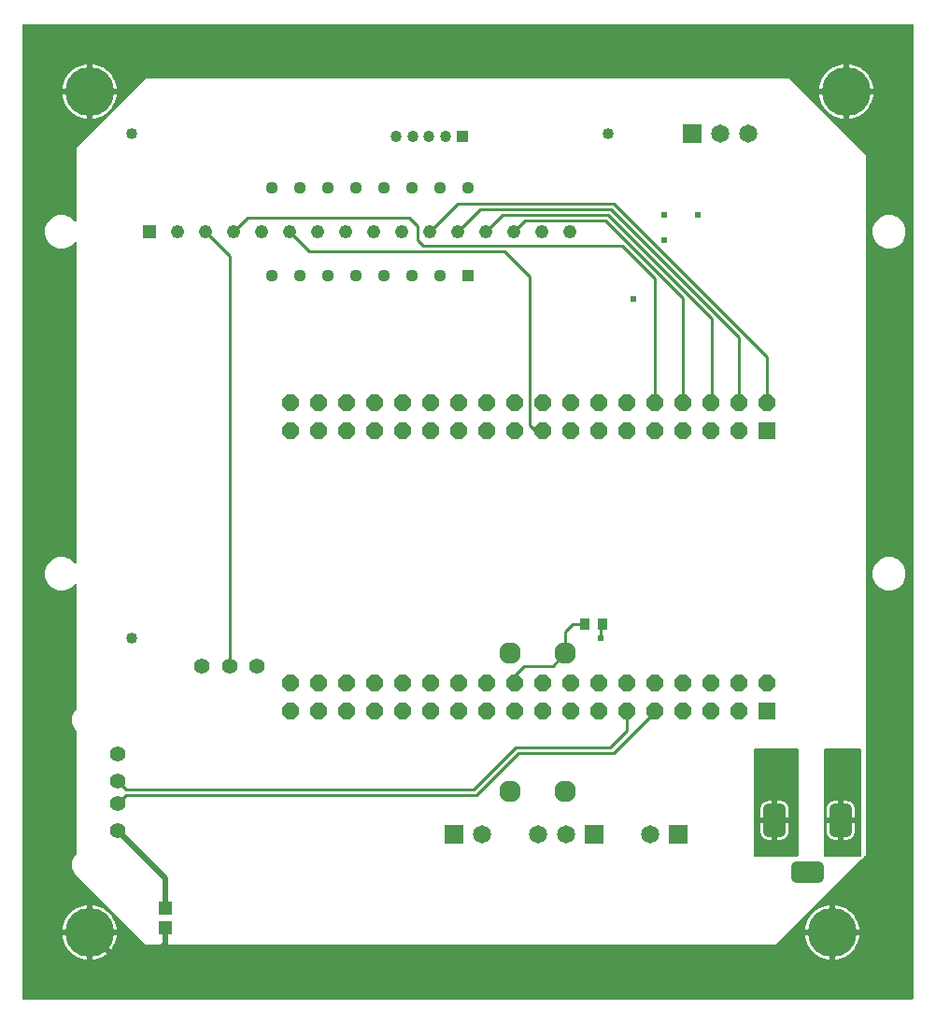
<source format=gbr>
G04 EAGLE Gerber RS-274X export*
G75*
%MOMM*%
%FSLAX34Y34*%
%LPD*%
%INTop Copper*%
%IPPOS*%
%AMOC8*
5,1,8,0,0,1.08239X$1,22.5*%
G01*
%ADD10R,1.034800X1.034800*%
%ADD11C,1.034800*%
%ADD12C,4.445000*%
%ADD13R,1.524000X1.524000*%
%ADD14P,1.649562X8X202.500000*%
%ADD15C,1.400000*%
%ADD16C,1.960000*%
%ADD17R,0.949959X1.031241*%
%ADD18R,1.651000X1.651000*%
%ADD19C,1.651000*%
%ADD20R,1.130000X1.130000*%
%ADD21C,1.130000*%
%ADD22C,1.000000*%
%ADD23R,1.232000X1.232000*%
%ADD24C,1.232000*%
%ADD25C,1.016000*%
%ADD26R,1.270000X1.143000*%
%ADD27C,0.508000*%
%ADD28C,0.609600*%
%ADD29C,0.254000*%

G36*
X810244Y885308D02*
X810244Y885308D01*
X810237Y885427D01*
X810224Y885465D01*
X810219Y885506D01*
X810176Y885616D01*
X810139Y885729D01*
X810117Y885764D01*
X810102Y885801D01*
X810033Y885897D01*
X809969Y885998D01*
X809939Y886026D01*
X809916Y886059D01*
X809824Y886135D01*
X809737Y886216D01*
X809702Y886236D01*
X809671Y886261D01*
X809563Y886312D01*
X809459Y886370D01*
X809419Y886380D01*
X809383Y886397D01*
X809266Y886419D01*
X809151Y886449D01*
X809091Y886453D01*
X809071Y886457D01*
X809050Y886455D01*
X808990Y886459D01*
X3810Y886459D01*
X3692Y886444D01*
X3573Y886437D01*
X3535Y886424D01*
X3494Y886419D01*
X3384Y886376D01*
X3271Y886339D01*
X3236Y886317D01*
X3199Y886302D01*
X3103Y886233D01*
X3002Y886169D01*
X2974Y886139D01*
X2941Y886116D01*
X2865Y886024D01*
X2784Y885937D01*
X2764Y885902D01*
X2739Y885871D01*
X2688Y885763D01*
X2630Y885659D01*
X2620Y885619D01*
X2603Y885583D01*
X2581Y885466D01*
X2551Y885351D01*
X2547Y885291D01*
X2543Y885271D01*
X2545Y885250D01*
X2541Y885190D01*
X2541Y3810D01*
X2556Y3692D01*
X2563Y3573D01*
X2576Y3535D01*
X2581Y3494D01*
X2624Y3384D01*
X2661Y3271D01*
X2683Y3236D01*
X2698Y3199D01*
X2767Y3103D01*
X2831Y3002D01*
X2861Y2974D01*
X2884Y2941D01*
X2976Y2865D01*
X3063Y2784D01*
X3098Y2764D01*
X3129Y2739D01*
X3237Y2688D01*
X3341Y2630D01*
X3381Y2620D01*
X3417Y2603D01*
X3534Y2581D01*
X3649Y2551D01*
X3709Y2547D01*
X3729Y2543D01*
X3750Y2545D01*
X3810Y2541D01*
X808990Y2541D01*
X809108Y2556D01*
X809227Y2563D01*
X809265Y2576D01*
X809306Y2581D01*
X809416Y2624D01*
X809529Y2661D01*
X809564Y2683D01*
X809601Y2698D01*
X809697Y2767D01*
X809798Y2831D01*
X809826Y2861D01*
X809859Y2884D01*
X809935Y2976D01*
X810016Y3063D01*
X810036Y3098D01*
X810061Y3129D01*
X810112Y3237D01*
X810170Y3341D01*
X810180Y3381D01*
X810197Y3417D01*
X810219Y3534D01*
X810249Y3649D01*
X810253Y3709D01*
X810257Y3729D01*
X810255Y3750D01*
X810259Y3810D01*
X810259Y885190D01*
X810244Y885308D01*
G37*
%LPC*%
G36*
X52052Y688272D02*
X52052Y688272D01*
X52039Y688411D01*
X52032Y688430D01*
X52029Y688450D01*
X51978Y688579D01*
X51931Y688710D01*
X51920Y688727D01*
X51912Y688745D01*
X51831Y688858D01*
X51753Y688973D01*
X51737Y688986D01*
X51726Y689003D01*
X51618Y689092D01*
X51514Y689183D01*
X51496Y689193D01*
X51481Y689206D01*
X51355Y689265D01*
X51231Y689328D01*
X51211Y689333D01*
X51193Y689341D01*
X51057Y689367D01*
X50921Y689398D01*
X50900Y689397D01*
X50881Y689401D01*
X50742Y689392D01*
X50603Y689388D01*
X50583Y689382D01*
X50563Y689381D01*
X50431Y689338D01*
X50297Y689300D01*
X50280Y689289D01*
X50261Y689283D01*
X50143Y689209D01*
X50023Y689138D01*
X50002Y689119D01*
X49992Y689113D01*
X49978Y689098D01*
X49903Y689032D01*
X46620Y685749D01*
X41092Y683459D01*
X35108Y683459D01*
X29580Y685749D01*
X25349Y689980D01*
X23059Y695508D01*
X23059Y701492D01*
X25349Y707020D01*
X29580Y711251D01*
X35108Y713541D01*
X41092Y713541D01*
X46620Y711251D01*
X49903Y707968D01*
X50012Y707883D01*
X50119Y707794D01*
X50138Y707786D01*
X50154Y707773D01*
X50282Y707718D01*
X50407Y707659D01*
X50427Y707655D01*
X50446Y707647D01*
X50584Y707625D01*
X50720Y707599D01*
X50740Y707600D01*
X50760Y707597D01*
X50899Y707610D01*
X51037Y707619D01*
X51056Y707625D01*
X51076Y707627D01*
X51208Y707674D01*
X51339Y707717D01*
X51357Y707728D01*
X51376Y707735D01*
X51491Y707813D01*
X51608Y707887D01*
X51622Y707902D01*
X51639Y707913D01*
X51731Y708017D01*
X51826Y708119D01*
X51836Y708136D01*
X51849Y708152D01*
X51913Y708275D01*
X51980Y708397D01*
X51985Y708417D01*
X51994Y708435D01*
X52024Y708571D01*
X52059Y708705D01*
X52061Y708733D01*
X52064Y708745D01*
X52063Y708766D01*
X52069Y708866D01*
X52069Y774174D01*
X114826Y836931D01*
X697974Y836931D01*
X767081Y767824D01*
X767081Y133876D01*
X766182Y132977D01*
X766122Y132899D01*
X766054Y132827D01*
X766025Y132774D01*
X765988Y132726D01*
X765948Y132635D01*
X765900Y132549D01*
X765885Y132490D01*
X765861Y132434D01*
X765846Y132336D01*
X765821Y132241D01*
X765815Y132141D01*
X765811Y132120D01*
X765813Y132108D01*
X765811Y132080D01*
X765811Y131772D01*
X763578Y129539D01*
X763270Y129539D01*
X763172Y129527D01*
X763073Y129524D01*
X763015Y129507D01*
X762954Y129499D01*
X762862Y129463D01*
X762767Y129435D01*
X762715Y129405D01*
X762659Y129382D01*
X762579Y129324D01*
X762493Y129274D01*
X762418Y129208D01*
X762401Y129196D01*
X762394Y129186D01*
X762373Y129168D01*
X685274Y52069D01*
X114826Y52069D01*
X54284Y112611D01*
X54276Y112617D01*
X54271Y112624D01*
X54193Y112682D01*
X54151Y112722D01*
X54115Y112742D01*
X54033Y112806D01*
X54024Y112810D01*
X54017Y112815D01*
X53872Y112886D01*
X53847Y112897D01*
X49897Y116847D01*
X47759Y122007D01*
X47759Y127593D01*
X49897Y132753D01*
X51698Y134554D01*
X51758Y134632D01*
X51826Y134704D01*
X51855Y134757D01*
X51892Y134805D01*
X51932Y134896D01*
X51980Y134983D01*
X51995Y135042D01*
X52019Y135097D01*
X52034Y135195D01*
X52059Y135291D01*
X52065Y135391D01*
X52069Y135411D01*
X52067Y135424D01*
X52069Y135452D01*
X52069Y245548D01*
X52057Y245647D01*
X52054Y245746D01*
X52037Y245804D01*
X52029Y245864D01*
X51993Y245956D01*
X51965Y246051D01*
X51935Y246103D01*
X51912Y246160D01*
X51854Y246240D01*
X51804Y246325D01*
X51738Y246400D01*
X51726Y246417D01*
X51716Y246425D01*
X51698Y246446D01*
X49897Y248247D01*
X47759Y253407D01*
X47759Y258993D01*
X49897Y264153D01*
X51698Y265954D01*
X51758Y266032D01*
X51826Y266104D01*
X51855Y266157D01*
X51892Y266205D01*
X51932Y266296D01*
X51980Y266383D01*
X51995Y266442D01*
X52019Y266497D01*
X52034Y266595D01*
X52059Y266691D01*
X52065Y266791D01*
X52069Y266811D01*
X52067Y266824D01*
X52069Y266852D01*
X52069Y378134D01*
X52052Y378272D01*
X52039Y378411D01*
X52032Y378430D01*
X52029Y378450D01*
X51978Y378579D01*
X51931Y378710D01*
X51920Y378727D01*
X51912Y378745D01*
X51831Y378858D01*
X51753Y378973D01*
X51737Y378986D01*
X51726Y379003D01*
X51618Y379092D01*
X51514Y379183D01*
X51496Y379193D01*
X51481Y379206D01*
X51355Y379265D01*
X51231Y379328D01*
X51211Y379333D01*
X51193Y379341D01*
X51057Y379367D01*
X50921Y379398D01*
X50900Y379397D01*
X50881Y379401D01*
X50742Y379392D01*
X50603Y379388D01*
X50583Y379382D01*
X50563Y379381D01*
X50431Y379338D01*
X50297Y379300D01*
X50280Y379289D01*
X50261Y379283D01*
X50143Y379209D01*
X50023Y379138D01*
X50002Y379119D01*
X49992Y379113D01*
X49978Y379098D01*
X49903Y379032D01*
X46620Y375749D01*
X41092Y373459D01*
X35108Y373459D01*
X29580Y375749D01*
X25349Y379980D01*
X23059Y385508D01*
X23059Y391492D01*
X25349Y397020D01*
X29580Y401251D01*
X35108Y403541D01*
X41092Y403541D01*
X46620Y401251D01*
X49903Y397968D01*
X50012Y397883D01*
X50119Y397794D01*
X50138Y397786D01*
X50154Y397773D01*
X50282Y397718D01*
X50407Y397659D01*
X50427Y397655D01*
X50446Y397647D01*
X50584Y397625D01*
X50720Y397599D01*
X50740Y397600D01*
X50760Y397597D01*
X50899Y397610D01*
X51037Y397619D01*
X51056Y397625D01*
X51076Y397627D01*
X51208Y397674D01*
X51339Y397717D01*
X51357Y397728D01*
X51376Y397735D01*
X51491Y397813D01*
X51608Y397887D01*
X51622Y397902D01*
X51639Y397913D01*
X51731Y398017D01*
X51826Y398119D01*
X51836Y398136D01*
X51849Y398152D01*
X51913Y398275D01*
X51980Y398397D01*
X51985Y398417D01*
X51994Y398435D01*
X52024Y398571D01*
X52059Y398705D01*
X52061Y398733D01*
X52064Y398745D01*
X52063Y398766D01*
X52069Y398866D01*
X52069Y688134D01*
X52052Y688272D01*
G37*
%LPD*%
G36*
X704968Y132096D02*
X704968Y132096D01*
X705087Y132103D01*
X705125Y132116D01*
X705166Y132121D01*
X705276Y132164D01*
X705389Y132201D01*
X705424Y132223D01*
X705461Y132238D01*
X705557Y132308D01*
X705658Y132371D01*
X705686Y132401D01*
X705719Y132424D01*
X705795Y132516D01*
X705876Y132603D01*
X705896Y132638D01*
X705921Y132669D01*
X705972Y132777D01*
X706030Y132881D01*
X706040Y132921D01*
X706057Y132957D01*
X706079Y133074D01*
X706109Y133189D01*
X706113Y133250D01*
X706117Y133270D01*
X706115Y133290D01*
X706119Y133350D01*
X706119Y228600D01*
X706104Y228718D01*
X706097Y228837D01*
X706084Y228875D01*
X706079Y228916D01*
X706036Y229026D01*
X705999Y229139D01*
X705977Y229174D01*
X705962Y229211D01*
X705893Y229307D01*
X705829Y229408D01*
X705799Y229436D01*
X705776Y229469D01*
X705684Y229545D01*
X705597Y229626D01*
X705562Y229646D01*
X705531Y229671D01*
X705423Y229722D01*
X705319Y229780D01*
X705279Y229790D01*
X705243Y229807D01*
X705126Y229829D01*
X705011Y229859D01*
X704951Y229863D01*
X704931Y229867D01*
X704910Y229865D01*
X704850Y229869D01*
X666750Y229869D01*
X666632Y229854D01*
X666513Y229847D01*
X666475Y229834D01*
X666434Y229829D01*
X666324Y229786D01*
X666211Y229749D01*
X666176Y229727D01*
X666139Y229712D01*
X666043Y229643D01*
X665942Y229579D01*
X665914Y229549D01*
X665881Y229526D01*
X665806Y229434D01*
X665724Y229347D01*
X665704Y229312D01*
X665679Y229281D01*
X665628Y229173D01*
X665570Y229069D01*
X665560Y229029D01*
X665543Y228993D01*
X665521Y228876D01*
X665491Y228761D01*
X665487Y228701D01*
X665483Y228681D01*
X665485Y228660D01*
X665481Y228600D01*
X665481Y133350D01*
X665496Y133232D01*
X665503Y133113D01*
X665516Y133075D01*
X665521Y133034D01*
X665564Y132924D01*
X665601Y132811D01*
X665623Y132776D01*
X665638Y132739D01*
X665708Y132643D01*
X665771Y132542D01*
X665801Y132514D01*
X665824Y132481D01*
X665916Y132406D01*
X666003Y132324D01*
X666038Y132304D01*
X666069Y132279D01*
X666177Y132228D01*
X666281Y132170D01*
X666321Y132160D01*
X666357Y132143D01*
X666474Y132121D01*
X666589Y132091D01*
X666650Y132087D01*
X666670Y132083D01*
X666690Y132085D01*
X666750Y132081D01*
X704850Y132081D01*
X704968Y132096D01*
G37*
G36*
X762118Y132096D02*
X762118Y132096D01*
X762237Y132103D01*
X762275Y132116D01*
X762316Y132121D01*
X762426Y132164D01*
X762539Y132201D01*
X762574Y132223D01*
X762611Y132238D01*
X762707Y132308D01*
X762808Y132371D01*
X762836Y132401D01*
X762869Y132424D01*
X762945Y132516D01*
X763026Y132603D01*
X763046Y132638D01*
X763071Y132669D01*
X763122Y132777D01*
X763180Y132881D01*
X763190Y132921D01*
X763207Y132957D01*
X763229Y133074D01*
X763259Y133189D01*
X763263Y133250D01*
X763267Y133270D01*
X763265Y133290D01*
X763269Y133350D01*
X763269Y228600D01*
X763254Y228718D01*
X763247Y228837D01*
X763234Y228875D01*
X763229Y228916D01*
X763186Y229026D01*
X763149Y229139D01*
X763127Y229174D01*
X763112Y229211D01*
X763043Y229307D01*
X762979Y229408D01*
X762949Y229436D01*
X762926Y229469D01*
X762834Y229545D01*
X762747Y229626D01*
X762712Y229646D01*
X762681Y229671D01*
X762573Y229722D01*
X762469Y229780D01*
X762429Y229790D01*
X762393Y229807D01*
X762276Y229829D01*
X762161Y229859D01*
X762101Y229863D01*
X762081Y229867D01*
X762060Y229865D01*
X762000Y229869D01*
X730250Y229869D01*
X730132Y229854D01*
X730013Y229847D01*
X729975Y229834D01*
X729934Y229829D01*
X729824Y229786D01*
X729711Y229749D01*
X729676Y229727D01*
X729639Y229712D01*
X729543Y229643D01*
X729442Y229579D01*
X729414Y229549D01*
X729381Y229526D01*
X729306Y229434D01*
X729224Y229347D01*
X729204Y229312D01*
X729179Y229281D01*
X729128Y229173D01*
X729070Y229069D01*
X729060Y229029D01*
X729043Y228993D01*
X729021Y228876D01*
X728991Y228761D01*
X728987Y228701D01*
X728983Y228681D01*
X728985Y228660D01*
X728981Y228600D01*
X728981Y133350D01*
X728996Y133232D01*
X729003Y133113D01*
X729016Y133075D01*
X729021Y133034D01*
X729064Y132924D01*
X729101Y132811D01*
X729123Y132776D01*
X729138Y132739D01*
X729208Y132643D01*
X729271Y132542D01*
X729301Y132514D01*
X729324Y132481D01*
X729416Y132406D01*
X729503Y132324D01*
X729538Y132304D01*
X729569Y132279D01*
X729677Y132228D01*
X729781Y132170D01*
X729821Y132160D01*
X729857Y132143D01*
X729974Y132121D01*
X730089Y132091D01*
X730150Y132087D01*
X730170Y132083D01*
X730190Y132085D01*
X730250Y132081D01*
X762000Y132081D01*
X762118Y132096D01*
G37*
%LPC*%
G36*
X785108Y373459D02*
X785108Y373459D01*
X779580Y375749D01*
X775349Y379980D01*
X773059Y385508D01*
X773059Y391492D01*
X775349Y397020D01*
X779580Y401251D01*
X785108Y403541D01*
X791092Y403541D01*
X796620Y401251D01*
X800851Y397020D01*
X803141Y391492D01*
X803141Y385508D01*
X800851Y379980D01*
X796620Y375749D01*
X791092Y373459D01*
X785108Y373459D01*
G37*
%LPD*%
%LPC*%
G36*
X785108Y683459D02*
X785108Y683459D01*
X779580Y685749D01*
X775349Y689980D01*
X773059Y695508D01*
X773059Y701492D01*
X775349Y707020D01*
X779580Y711251D01*
X785108Y713541D01*
X791092Y713541D01*
X796620Y711251D01*
X800851Y707020D01*
X803141Y701492D01*
X803141Y695508D01*
X800851Y689980D01*
X796620Y685749D01*
X791092Y683459D01*
X785108Y683459D01*
G37*
%LPD*%
%LPC*%
G36*
X746839Y152740D02*
X746839Y152740D01*
X746824Y152858D01*
X746817Y152977D01*
X746804Y153015D01*
X746799Y153056D01*
X746755Y153166D01*
X746719Y153279D01*
X746697Y153314D01*
X746682Y153351D01*
X746612Y153447D01*
X746549Y153548D01*
X746519Y153576D01*
X746495Y153609D01*
X746404Y153685D01*
X746317Y153766D01*
X746282Y153786D01*
X746250Y153811D01*
X746143Y153862D01*
X746039Y153920D01*
X745999Y153930D01*
X745963Y153947D01*
X745846Y153969D01*
X745731Y153999D01*
X745670Y154003D01*
X745650Y154007D01*
X745630Y154005D01*
X745570Y154009D01*
X743030Y154009D01*
X742912Y153994D01*
X742793Y153987D01*
X742755Y153974D01*
X742715Y153969D01*
X742604Y153926D01*
X742491Y153889D01*
X742456Y153867D01*
X742419Y153852D01*
X742323Y153783D01*
X742222Y153719D01*
X742194Y153689D01*
X742161Y153666D01*
X742086Y153574D01*
X742004Y153487D01*
X741984Y153452D01*
X741959Y153421D01*
X741908Y153313D01*
X741850Y153209D01*
X741840Y153169D01*
X741823Y153133D01*
X741801Y153016D01*
X741771Y152901D01*
X741767Y152841D01*
X741763Y152821D01*
X741765Y152800D01*
X741761Y152740D01*
X741761Y147559D01*
X738557Y147559D01*
X737100Y147849D01*
X735728Y148417D01*
X734493Y149243D01*
X733443Y150293D01*
X732617Y151528D01*
X732049Y152900D01*
X731759Y154357D01*
X731759Y162561D01*
X735440Y162561D01*
X735558Y162576D01*
X735677Y162583D01*
X735715Y162596D01*
X735756Y162601D01*
X735866Y162644D01*
X735979Y162681D01*
X736014Y162703D01*
X736051Y162718D01*
X736147Y162788D01*
X736248Y162851D01*
X736276Y162881D01*
X736309Y162905D01*
X736385Y162996D01*
X736466Y163083D01*
X736486Y163118D01*
X736511Y163149D01*
X736562Y163257D01*
X736620Y163361D01*
X736630Y163401D01*
X736647Y163437D01*
X736669Y163554D01*
X736699Y163669D01*
X736703Y163730D01*
X736707Y163750D01*
X736705Y163770D01*
X736709Y163830D01*
X736709Y166370D01*
X736694Y166488D01*
X736687Y166607D01*
X736674Y166645D01*
X736669Y166685D01*
X736626Y166796D01*
X736589Y166909D01*
X736567Y166944D01*
X736552Y166981D01*
X736483Y167077D01*
X736419Y167178D01*
X736389Y167206D01*
X736366Y167238D01*
X736274Y167314D01*
X736187Y167396D01*
X736152Y167415D01*
X736121Y167441D01*
X736013Y167492D01*
X735909Y167549D01*
X735869Y167560D01*
X735833Y167577D01*
X735716Y167599D01*
X735601Y167629D01*
X735541Y167633D01*
X735521Y167637D01*
X735500Y167635D01*
X735440Y167639D01*
X731759Y167639D01*
X731759Y175843D01*
X732049Y177300D01*
X732617Y178672D01*
X733443Y179907D01*
X734493Y180957D01*
X735728Y181783D01*
X737100Y182351D01*
X738557Y182641D01*
X741761Y182641D01*
X741761Y177460D01*
X741776Y177342D01*
X741783Y177223D01*
X741796Y177185D01*
X741801Y177144D01*
X741844Y177034D01*
X741881Y176921D01*
X741903Y176886D01*
X741918Y176849D01*
X741988Y176753D01*
X742051Y176652D01*
X742081Y176624D01*
X742105Y176591D01*
X742196Y176515D01*
X742283Y176434D01*
X742318Y176414D01*
X742349Y176389D01*
X742457Y176338D01*
X742561Y176280D01*
X742601Y176270D01*
X742637Y176253D01*
X742754Y176231D01*
X742869Y176201D01*
X742930Y176197D01*
X742950Y176193D01*
X742970Y176195D01*
X743030Y176191D01*
X745570Y176191D01*
X745688Y176206D01*
X745807Y176213D01*
X745845Y176226D01*
X745885Y176231D01*
X745996Y176274D01*
X746109Y176311D01*
X746144Y176333D01*
X746181Y176348D01*
X746277Y176417D01*
X746378Y176481D01*
X746406Y176511D01*
X746438Y176534D01*
X746514Y176626D01*
X746596Y176713D01*
X746615Y176748D01*
X746641Y176779D01*
X746692Y176887D01*
X746749Y176991D01*
X746760Y177031D01*
X746777Y177067D01*
X746799Y177184D01*
X746829Y177299D01*
X746833Y177359D01*
X746837Y177379D01*
X746835Y177400D01*
X746839Y177460D01*
X746839Y182641D01*
X750043Y182641D01*
X751500Y182351D01*
X752872Y181783D01*
X754107Y180957D01*
X755157Y179907D01*
X755983Y178672D01*
X756551Y177300D01*
X756841Y175843D01*
X756841Y167639D01*
X753160Y167639D01*
X753042Y167624D01*
X752923Y167617D01*
X752885Y167604D01*
X752844Y167599D01*
X752734Y167555D01*
X752621Y167519D01*
X752586Y167497D01*
X752549Y167482D01*
X752453Y167412D01*
X752352Y167349D01*
X752324Y167319D01*
X752291Y167295D01*
X752215Y167204D01*
X752134Y167117D01*
X752114Y167082D01*
X752089Y167050D01*
X752038Y166943D01*
X751980Y166839D01*
X751970Y166799D01*
X751953Y166763D01*
X751931Y166646D01*
X751901Y166531D01*
X751897Y166470D01*
X751893Y166450D01*
X751894Y166436D01*
X751893Y166431D01*
X751894Y166421D01*
X751891Y166370D01*
X751891Y163830D01*
X751906Y163712D01*
X751913Y163593D01*
X751926Y163555D01*
X751931Y163515D01*
X751974Y163404D01*
X752011Y163291D01*
X752033Y163256D01*
X752048Y163219D01*
X752117Y163123D01*
X752181Y163022D01*
X752211Y162994D01*
X752234Y162961D01*
X752326Y162886D01*
X752413Y162804D01*
X752448Y162784D01*
X752479Y162759D01*
X752587Y162708D01*
X752691Y162650D01*
X752731Y162640D01*
X752767Y162623D01*
X752884Y162601D01*
X752999Y162571D01*
X753059Y162567D01*
X753079Y162563D01*
X753100Y162565D01*
X753160Y162561D01*
X756841Y162561D01*
X756841Y154357D01*
X756551Y152900D01*
X755983Y151528D01*
X755157Y150293D01*
X754107Y149243D01*
X752872Y148417D01*
X751500Y147849D01*
X750043Y147559D01*
X746839Y147559D01*
X746839Y152740D01*
G37*
%LPD*%
%LPC*%
G36*
X686839Y152740D02*
X686839Y152740D01*
X686824Y152858D01*
X686817Y152977D01*
X686804Y153015D01*
X686799Y153056D01*
X686755Y153166D01*
X686719Y153279D01*
X686697Y153314D01*
X686682Y153351D01*
X686612Y153447D01*
X686549Y153548D01*
X686519Y153576D01*
X686495Y153609D01*
X686404Y153685D01*
X686317Y153766D01*
X686282Y153786D01*
X686250Y153811D01*
X686143Y153862D01*
X686039Y153920D01*
X685999Y153930D01*
X685963Y153947D01*
X685846Y153969D01*
X685731Y153999D01*
X685670Y154003D01*
X685650Y154007D01*
X685630Y154005D01*
X685570Y154009D01*
X683030Y154009D01*
X682912Y153994D01*
X682793Y153987D01*
X682755Y153974D01*
X682715Y153969D01*
X682604Y153926D01*
X682491Y153889D01*
X682456Y153867D01*
X682419Y153852D01*
X682323Y153783D01*
X682222Y153719D01*
X682194Y153689D01*
X682161Y153666D01*
X682086Y153574D01*
X682004Y153487D01*
X681984Y153452D01*
X681959Y153421D01*
X681908Y153313D01*
X681850Y153209D01*
X681840Y153169D01*
X681823Y153133D01*
X681801Y153016D01*
X681771Y152901D01*
X681767Y152841D01*
X681763Y152821D01*
X681765Y152800D01*
X681761Y152740D01*
X681761Y147559D01*
X678557Y147559D01*
X677100Y147849D01*
X675728Y148417D01*
X674493Y149243D01*
X673443Y150293D01*
X672617Y151528D01*
X672049Y152900D01*
X671759Y154357D01*
X671759Y162561D01*
X675440Y162561D01*
X675558Y162576D01*
X675677Y162583D01*
X675715Y162596D01*
X675756Y162601D01*
X675866Y162644D01*
X675979Y162681D01*
X676014Y162703D01*
X676051Y162718D01*
X676147Y162788D01*
X676248Y162851D01*
X676276Y162881D01*
X676309Y162905D01*
X676385Y162996D01*
X676466Y163083D01*
X676486Y163118D01*
X676511Y163149D01*
X676562Y163257D01*
X676620Y163361D01*
X676630Y163401D01*
X676647Y163437D01*
X676669Y163554D01*
X676699Y163669D01*
X676703Y163730D01*
X676707Y163750D01*
X676705Y163770D01*
X676709Y163830D01*
X676709Y166370D01*
X676694Y166488D01*
X676687Y166607D01*
X676674Y166645D01*
X676669Y166685D01*
X676626Y166796D01*
X676589Y166909D01*
X676567Y166944D01*
X676552Y166981D01*
X676483Y167077D01*
X676419Y167178D01*
X676389Y167206D01*
X676366Y167238D01*
X676274Y167314D01*
X676187Y167396D01*
X676152Y167415D01*
X676121Y167441D01*
X676013Y167492D01*
X675909Y167549D01*
X675869Y167560D01*
X675833Y167577D01*
X675716Y167599D01*
X675601Y167629D01*
X675541Y167633D01*
X675521Y167637D01*
X675500Y167635D01*
X675440Y167639D01*
X671759Y167639D01*
X671759Y175843D01*
X672049Y177300D01*
X672617Y178672D01*
X673443Y179907D01*
X674493Y180957D01*
X675728Y181783D01*
X677100Y182351D01*
X678557Y182641D01*
X681761Y182641D01*
X681761Y177460D01*
X681776Y177342D01*
X681783Y177223D01*
X681796Y177185D01*
X681801Y177144D01*
X681844Y177034D01*
X681881Y176921D01*
X681903Y176886D01*
X681918Y176849D01*
X681988Y176753D01*
X682051Y176652D01*
X682081Y176624D01*
X682105Y176591D01*
X682196Y176515D01*
X682283Y176434D01*
X682318Y176414D01*
X682349Y176389D01*
X682457Y176338D01*
X682561Y176280D01*
X682601Y176270D01*
X682637Y176253D01*
X682754Y176231D01*
X682869Y176201D01*
X682930Y176197D01*
X682950Y176193D01*
X682970Y176195D01*
X683030Y176191D01*
X685570Y176191D01*
X685688Y176206D01*
X685807Y176213D01*
X685845Y176226D01*
X685885Y176231D01*
X685996Y176274D01*
X686109Y176311D01*
X686144Y176333D01*
X686181Y176348D01*
X686277Y176417D01*
X686378Y176481D01*
X686406Y176511D01*
X686438Y176534D01*
X686514Y176626D01*
X686596Y176713D01*
X686615Y176748D01*
X686641Y176779D01*
X686692Y176887D01*
X686749Y176991D01*
X686760Y177031D01*
X686777Y177067D01*
X686799Y177184D01*
X686829Y177299D01*
X686833Y177359D01*
X686837Y177379D01*
X686835Y177400D01*
X686839Y177460D01*
X686839Y182641D01*
X690043Y182641D01*
X691500Y182351D01*
X692872Y181783D01*
X694107Y180957D01*
X695157Y179907D01*
X695983Y178672D01*
X696551Y177300D01*
X696841Y175843D01*
X696841Y167639D01*
X693160Y167639D01*
X693042Y167624D01*
X692923Y167617D01*
X692885Y167604D01*
X692844Y167599D01*
X692734Y167555D01*
X692621Y167519D01*
X692586Y167497D01*
X692549Y167482D01*
X692453Y167412D01*
X692352Y167349D01*
X692324Y167319D01*
X692291Y167295D01*
X692215Y167204D01*
X692134Y167117D01*
X692114Y167082D01*
X692089Y167050D01*
X692038Y166943D01*
X691980Y166839D01*
X691970Y166799D01*
X691953Y166763D01*
X691931Y166646D01*
X691901Y166531D01*
X691897Y166470D01*
X691893Y166450D01*
X691894Y166436D01*
X691893Y166431D01*
X691894Y166421D01*
X691891Y166370D01*
X691891Y163830D01*
X691906Y163712D01*
X691913Y163593D01*
X691926Y163555D01*
X691931Y163515D01*
X691974Y163404D01*
X692011Y163291D01*
X692033Y163256D01*
X692048Y163219D01*
X692117Y163123D01*
X692181Y163022D01*
X692211Y162994D01*
X692234Y162961D01*
X692326Y162886D01*
X692413Y162804D01*
X692448Y162784D01*
X692479Y162759D01*
X692587Y162708D01*
X692691Y162650D01*
X692731Y162640D01*
X692767Y162623D01*
X692884Y162601D01*
X692999Y162571D01*
X693059Y162567D01*
X693079Y162563D01*
X693100Y162565D01*
X693160Y162561D01*
X696841Y162561D01*
X696841Y154357D01*
X696551Y152900D01*
X695983Y151528D01*
X695157Y150293D01*
X694107Y149243D01*
X692872Y148417D01*
X691500Y147849D01*
X690043Y147559D01*
X686839Y147559D01*
X686839Y152740D01*
G37*
%LPD*%
%LPC*%
G36*
X751839Y828039D02*
X751839Y828039D01*
X751839Y850136D01*
X753455Y849954D01*
X756167Y849335D01*
X758792Y848417D01*
X761299Y847210D01*
X763654Y845730D01*
X765829Y843995D01*
X767795Y842029D01*
X769530Y839854D01*
X771010Y837499D01*
X772217Y834992D01*
X773135Y832367D01*
X773754Y829655D01*
X773936Y828039D01*
X751839Y828039D01*
G37*
%LPD*%
%LPC*%
G36*
X739139Y66039D02*
X739139Y66039D01*
X739139Y88136D01*
X740755Y87954D01*
X743467Y87335D01*
X746092Y86417D01*
X748599Y85210D01*
X750954Y83730D01*
X753129Y81995D01*
X755095Y80029D01*
X756830Y77854D01*
X758310Y75499D01*
X759517Y72992D01*
X760435Y70367D01*
X761054Y67655D01*
X761236Y66039D01*
X739139Y66039D01*
G37*
%LPD*%
%LPC*%
G36*
X66039Y828039D02*
X66039Y828039D01*
X66039Y850136D01*
X67655Y849954D01*
X70367Y849335D01*
X72992Y848417D01*
X75499Y847210D01*
X77854Y845730D01*
X80029Y843995D01*
X81995Y842029D01*
X83730Y839854D01*
X85210Y837499D01*
X86417Y834992D01*
X87335Y832367D01*
X87954Y829655D01*
X88136Y828039D01*
X66039Y828039D01*
G37*
%LPD*%
%LPC*%
G36*
X66039Y66039D02*
X66039Y66039D01*
X66039Y88136D01*
X67655Y87954D01*
X70367Y87335D01*
X72992Y86417D01*
X75499Y85210D01*
X77854Y83730D01*
X80029Y81995D01*
X81995Y80029D01*
X83730Y77854D01*
X85210Y75499D01*
X86417Y72992D01*
X87335Y70367D01*
X87954Y67655D01*
X88136Y66039D01*
X66039Y66039D01*
G37*
%LPD*%
%LPC*%
G36*
X739139Y60961D02*
X739139Y60961D01*
X761236Y60961D01*
X761054Y59345D01*
X760435Y56633D01*
X759517Y54008D01*
X758310Y51501D01*
X756830Y49146D01*
X755095Y46971D01*
X753129Y45005D01*
X750954Y43270D01*
X748599Y41790D01*
X746092Y40583D01*
X743467Y39665D01*
X740755Y39046D01*
X739139Y38864D01*
X739139Y60961D01*
G37*
%LPD*%
%LPC*%
G36*
X711964Y66039D02*
X711964Y66039D01*
X712146Y67655D01*
X712765Y70367D01*
X713683Y72992D01*
X714890Y75499D01*
X716370Y77854D01*
X718105Y80029D01*
X720071Y81995D01*
X722246Y83730D01*
X724601Y85210D01*
X727108Y86417D01*
X729733Y87335D01*
X732445Y87954D01*
X734061Y88136D01*
X734061Y66039D01*
X711964Y66039D01*
G37*
%LPD*%
%LPC*%
G36*
X66039Y822961D02*
X66039Y822961D01*
X88136Y822961D01*
X87954Y821345D01*
X87335Y818633D01*
X86417Y816008D01*
X85210Y813501D01*
X83730Y811146D01*
X81995Y808971D01*
X80029Y807005D01*
X77854Y805270D01*
X75499Y803790D01*
X72992Y802583D01*
X70367Y801665D01*
X67655Y801046D01*
X66039Y800864D01*
X66039Y822961D01*
G37*
%LPD*%
%LPC*%
G36*
X751839Y822961D02*
X751839Y822961D01*
X773936Y822961D01*
X773754Y821345D01*
X773135Y818633D01*
X772217Y816008D01*
X771010Y813501D01*
X769530Y811146D01*
X767795Y808971D01*
X765829Y807005D01*
X763654Y805270D01*
X761299Y803790D01*
X758792Y802583D01*
X756167Y801665D01*
X753455Y801046D01*
X751839Y800864D01*
X751839Y822961D01*
G37*
%LPD*%
%LPC*%
G36*
X724664Y828039D02*
X724664Y828039D01*
X724846Y829655D01*
X725465Y832367D01*
X726383Y834992D01*
X727590Y837499D01*
X729070Y839854D01*
X730805Y842029D01*
X732771Y843995D01*
X734946Y845730D01*
X737301Y847210D01*
X739808Y848417D01*
X742433Y849335D01*
X745145Y849954D01*
X746761Y850136D01*
X746761Y828039D01*
X724664Y828039D01*
G37*
%LPD*%
%LPC*%
G36*
X66039Y60961D02*
X66039Y60961D01*
X88136Y60961D01*
X87954Y59345D01*
X87335Y56633D01*
X86417Y54008D01*
X85210Y51501D01*
X83730Y49146D01*
X81995Y46971D01*
X80029Y45005D01*
X77854Y43270D01*
X75499Y41790D01*
X72992Y40583D01*
X70367Y39665D01*
X67655Y39046D01*
X66039Y38864D01*
X66039Y60961D01*
G37*
%LPD*%
%LPC*%
G36*
X38864Y66039D02*
X38864Y66039D01*
X39046Y67655D01*
X39665Y70367D01*
X40583Y72992D01*
X41790Y75499D01*
X43270Y77854D01*
X45005Y80029D01*
X46971Y81995D01*
X49146Y83730D01*
X51501Y85210D01*
X54008Y86417D01*
X56633Y87335D01*
X59345Y87954D01*
X60961Y88136D01*
X60961Y66039D01*
X38864Y66039D01*
G37*
%LPD*%
%LPC*%
G36*
X38864Y828039D02*
X38864Y828039D01*
X39046Y829655D01*
X39665Y832367D01*
X40583Y834992D01*
X41790Y837499D01*
X43270Y839854D01*
X45005Y842029D01*
X46971Y843995D01*
X49146Y845730D01*
X51501Y847210D01*
X54008Y848417D01*
X56633Y849335D01*
X59345Y849954D01*
X60961Y850136D01*
X60961Y828039D01*
X38864Y828039D01*
G37*
%LPD*%
%LPC*%
G36*
X745145Y801046D02*
X745145Y801046D01*
X742433Y801665D01*
X739808Y802583D01*
X737301Y803790D01*
X734946Y805270D01*
X732771Y807005D01*
X730805Y808971D01*
X729070Y811146D01*
X727590Y813501D01*
X726383Y816008D01*
X725465Y818633D01*
X724846Y821345D01*
X724664Y822961D01*
X746761Y822961D01*
X746761Y800864D01*
X745145Y801046D01*
G37*
%LPD*%
%LPC*%
G36*
X59345Y39046D02*
X59345Y39046D01*
X56633Y39665D01*
X54008Y40583D01*
X51501Y41790D01*
X49146Y43270D01*
X46971Y45005D01*
X45005Y46971D01*
X43270Y49146D01*
X41790Y51501D01*
X40583Y54008D01*
X39665Y56633D01*
X39046Y59345D01*
X38864Y60961D01*
X60961Y60961D01*
X60961Y38864D01*
X59345Y39046D01*
G37*
%LPD*%
%LPC*%
G36*
X59345Y801046D02*
X59345Y801046D01*
X56633Y801665D01*
X54008Y802583D01*
X51501Y803790D01*
X49146Y805270D01*
X46971Y807005D01*
X45005Y808971D01*
X43270Y811146D01*
X41790Y813501D01*
X40583Y816008D01*
X39665Y818633D01*
X39046Y821345D01*
X38864Y822961D01*
X60961Y822961D01*
X60961Y800864D01*
X59345Y801046D01*
G37*
%LPD*%
%LPC*%
G36*
X732445Y39046D02*
X732445Y39046D01*
X729733Y39665D01*
X727108Y40583D01*
X724601Y41790D01*
X722246Y43270D01*
X720071Y45005D01*
X718105Y46971D01*
X716370Y49146D01*
X714890Y51501D01*
X713683Y54008D01*
X712765Y56633D01*
X712146Y59345D01*
X711964Y60961D01*
X734061Y60961D01*
X734061Y38864D01*
X732445Y39046D01*
G37*
%LPD*%
%LPC*%
G36*
X63499Y825499D02*
X63499Y825499D01*
X63499Y825501D01*
X63501Y825501D01*
X63501Y825499D01*
X63499Y825499D01*
G37*
%LPD*%
%LPC*%
G36*
X63499Y63499D02*
X63499Y63499D01*
X63499Y63501D01*
X63501Y63501D01*
X63501Y63499D01*
X63499Y63499D01*
G37*
%LPD*%
%LPC*%
G36*
X736599Y63499D02*
X736599Y63499D01*
X736599Y63501D01*
X736601Y63501D01*
X736601Y63499D01*
X736599Y63499D01*
G37*
%LPD*%
%LPC*%
G36*
X749299Y825499D02*
X749299Y825499D01*
X749299Y825501D01*
X749301Y825501D01*
X749301Y825499D01*
X749299Y825499D01*
G37*
%LPD*%
D10*
X401320Y784860D03*
D11*
X386320Y784860D03*
X371320Y784860D03*
X356320Y784860D03*
X341320Y784860D03*
D12*
X63500Y63500D03*
D13*
X677500Y263900D03*
D14*
X677500Y289300D03*
X652100Y263900D03*
X652100Y289300D03*
X626700Y263900D03*
X626700Y289300D03*
X601300Y263900D03*
X601300Y289300D03*
X575900Y263900D03*
X575900Y289300D03*
X550500Y263900D03*
X550500Y289300D03*
X525100Y263900D03*
X525100Y289300D03*
X499700Y263900D03*
X499700Y289300D03*
X474300Y263900D03*
X474300Y289300D03*
X448900Y263900D03*
X448900Y289300D03*
X423500Y263900D03*
X423500Y289300D03*
X398100Y263900D03*
X398100Y289300D03*
X372700Y263900D03*
X372700Y289300D03*
X347300Y263900D03*
X347300Y289300D03*
X321900Y263900D03*
X321900Y289300D03*
X296500Y263900D03*
X296500Y289300D03*
X271100Y263900D03*
X271100Y289300D03*
X245700Y263900D03*
X245700Y289300D03*
D13*
X677500Y517900D03*
D14*
X677500Y543300D03*
X652100Y517900D03*
X652100Y543300D03*
X626700Y517900D03*
X626700Y543300D03*
X601300Y517900D03*
X601300Y543300D03*
X575900Y517900D03*
X575900Y543300D03*
X550500Y517900D03*
X550500Y543300D03*
X525100Y517900D03*
X525100Y543300D03*
X499700Y517900D03*
X499700Y543300D03*
X474300Y517900D03*
X474300Y543300D03*
X448900Y517900D03*
X448900Y543300D03*
X423500Y517900D03*
X423500Y543300D03*
X398100Y517900D03*
X398100Y543300D03*
X372700Y517900D03*
X372700Y543300D03*
X347300Y517900D03*
X347300Y543300D03*
X321900Y517900D03*
X321900Y543300D03*
X296500Y517900D03*
X296500Y543300D03*
X271100Y517900D03*
X271100Y543300D03*
X245700Y517900D03*
X245700Y543300D03*
D15*
X215500Y304800D03*
X190500Y304800D03*
X165500Y304800D03*
D16*
X494900Y191500D03*
X444900Y191500D03*
X444900Y316500D03*
X494900Y316500D03*
D17*
X512699Y342900D03*
X528701Y342900D03*
D18*
X609600Y787400D03*
D19*
X635000Y787400D03*
X660400Y787400D03*
D20*
X406400Y658800D03*
D21*
X381000Y658800D03*
X355600Y658800D03*
X330200Y658800D03*
X304800Y658800D03*
X279400Y658800D03*
X254000Y658800D03*
X228600Y658800D03*
X228600Y738200D03*
X254000Y738200D03*
X279400Y738200D03*
X304800Y738200D03*
X330200Y738200D03*
X355600Y738200D03*
X381000Y738200D03*
X406400Y738200D03*
D15*
X88900Y180500D03*
X88900Y200500D03*
X88900Y225500D03*
X88900Y155500D03*
D22*
X679300Y155100D02*
X679300Y175100D01*
X689300Y175100D01*
X689300Y155100D01*
X679300Y155100D01*
X679300Y164600D02*
X689300Y164600D01*
X689300Y174100D02*
X679300Y174100D01*
X739300Y175100D02*
X739300Y155100D01*
X739300Y175100D02*
X749300Y175100D01*
X749300Y155100D01*
X739300Y155100D01*
X739300Y164600D02*
X749300Y164600D01*
X749300Y174100D02*
X739300Y174100D01*
X724300Y113100D02*
X704300Y113100D01*
X704300Y123100D01*
X724300Y123100D01*
X724300Y113100D01*
X724300Y122600D02*
X704300Y122600D01*
D23*
X117600Y698500D03*
D24*
X143000Y698500D03*
X168400Y698500D03*
X193800Y698500D03*
X219200Y698500D03*
X244600Y698500D03*
X270000Y698500D03*
X295400Y698500D03*
X320800Y698500D03*
X346200Y698500D03*
X371600Y698500D03*
X397000Y698500D03*
X422400Y698500D03*
X447800Y698500D03*
X473200Y698500D03*
X498600Y698500D03*
D18*
X393700Y152400D03*
D19*
X419100Y152400D03*
D18*
X596900Y152400D03*
D19*
X571500Y152400D03*
D18*
X520700Y152400D03*
D19*
X495300Y152400D03*
X469900Y152400D03*
D12*
X736600Y63500D03*
X63500Y825500D03*
X749300Y825500D03*
D25*
X101600Y787400D03*
X533400Y787400D03*
X101600Y330200D03*
D26*
X132080Y85090D03*
X132080Y67310D03*
D27*
X132080Y112320D02*
X88900Y155500D01*
X132080Y112320D02*
X132080Y85090D01*
D28*
X736600Y222250D03*
X556260Y637540D03*
X614680Y713740D03*
X749300Y222250D03*
X736600Y209550D03*
X749300Y209550D03*
X736600Y196850D03*
X749300Y196850D03*
X736600Y139700D03*
X749300Y139700D03*
X698500Y222250D03*
X584200Y713740D03*
X584200Y690880D03*
X673100Y209550D03*
X673100Y222250D03*
X673100Y196850D03*
X685800Y209550D03*
X685800Y222250D03*
X698500Y209550D03*
X698500Y196850D03*
X685800Y196850D03*
X673100Y139700D03*
X685800Y139700D03*
X698500Y139700D03*
X527050Y330200D03*
D29*
X527050Y341249D02*
X528701Y342900D01*
X527050Y341249D02*
X527050Y330200D01*
X190500Y304800D02*
X190500Y676400D01*
X168400Y698500D01*
X96360Y187960D02*
X414020Y187960D01*
X96360Y187960D02*
X88900Y180500D01*
X575900Y263480D02*
X575900Y263900D01*
X575900Y263480D02*
X538480Y226060D01*
X452120Y226060D02*
X414020Y187960D01*
X452120Y226060D02*
X538480Y226060D01*
X550500Y246120D02*
X550500Y263900D01*
X550500Y246120D02*
X535520Y231140D01*
X449580Y231140D01*
X411480Y193040D01*
X96360Y193040D02*
X88900Y200500D01*
X96360Y193040D02*
X411480Y193040D01*
X483200Y304800D02*
X494900Y316500D01*
X483200Y304800D02*
X457200Y304800D01*
X448900Y296500D01*
X448900Y289300D01*
X501650Y342900D02*
X512699Y342900D01*
X501650Y342900D02*
X494900Y336150D01*
X494900Y316500D01*
X360680Y690880D02*
X360680Y703580D01*
X360680Y690880D02*
X365760Y685800D01*
X546100Y685800D02*
X575900Y656000D01*
X575900Y543300D01*
X360680Y703580D02*
X353060Y711200D01*
X365760Y685800D02*
X546100Y685800D01*
X206500Y711200D02*
X193800Y698500D01*
X206500Y711200D02*
X353060Y711200D01*
X262380Y680720D02*
X244600Y698500D01*
X262380Y680720D02*
X439420Y680720D01*
X462280Y657860D01*
X462280Y523240D01*
X467620Y517900D01*
X474300Y517900D01*
X677500Y584880D02*
X538480Y723900D01*
X677500Y584880D02*
X677500Y543300D01*
X397000Y723900D02*
X371600Y698500D01*
X397000Y723900D02*
X538480Y723900D01*
X652100Y602660D02*
X652100Y543300D01*
X652100Y602660D02*
X535940Y718820D01*
X417320Y718820D02*
X397000Y698500D01*
X417320Y718820D02*
X535940Y718820D01*
X627380Y619760D02*
X627380Y543980D01*
X626700Y543300D01*
X627380Y619760D02*
X533400Y713740D01*
X437640Y713740D02*
X422400Y698500D01*
X437640Y713740D02*
X533400Y713740D01*
X530860Y708660D02*
X601300Y638220D01*
X530860Y708660D02*
X457960Y708660D01*
X447800Y698500D01*
X601300Y638220D02*
X601300Y543300D01*
D27*
X132080Y67310D02*
X132080Y53340D01*
X111760Y33020D01*
X93980Y33020D01*
X63500Y63500D01*
M02*

</source>
